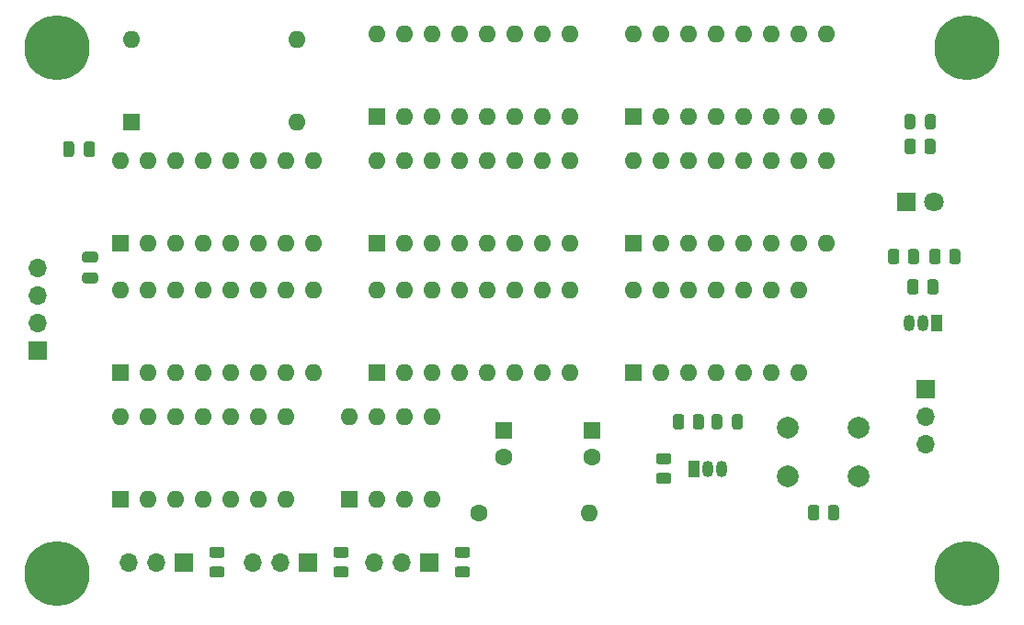
<source format=gbr>
%TF.GenerationSoftware,KiCad,Pcbnew,(5.1.10-1-10_14)*%
%TF.CreationDate,2021-07-31T21:51:31-04:00*%
%TF.ProjectId,CLOCK,434c4f43-4b2e-46b6-9963-61645f706362,rev?*%
%TF.SameCoordinates,Original*%
%TF.FileFunction,Soldermask,Top*%
%TF.FilePolarity,Negative*%
%FSLAX46Y46*%
G04 Gerber Fmt 4.6, Leading zero omitted, Abs format (unit mm)*
G04 Created by KiCad (PCBNEW (5.1.10-1-10_14)) date 2021-07-31 21:51:31*
%MOMM*%
%LPD*%
G01*
G04 APERTURE LIST*
%ADD10O,1.700000X1.700000*%
%ADD11R,1.700000X1.700000*%
%ADD12C,6.000000*%
%ADD13C,0.800000*%
%ADD14O,1.600000X1.600000*%
%ADD15C,1.600000*%
%ADD16C,2.000000*%
%ADD17R,1.050000X1.500000*%
%ADD18O,1.050000X1.500000*%
%ADD19C,1.800000*%
%ADD20R,1.800000X1.800000*%
%ADD21R,1.600000X1.600000*%
G04 APERTURE END LIST*
D10*
%TO.C,J2*%
X63754000Y-45466000D03*
X63754000Y-48006000D03*
X63754000Y-50546000D03*
D11*
X63754000Y-53086000D03*
%TD*%
D12*
%TO.C,REF\u002A\u002A*%
X149352000Y-25146000D03*
D13*
X151602000Y-25146000D03*
X150942990Y-26736990D03*
X149352000Y-27396000D03*
X147761010Y-26736990D03*
X147102000Y-25146000D03*
X147761010Y-23555010D03*
X149352000Y-22896000D03*
X150942990Y-23555010D03*
%TD*%
%TO.C,REF\u002A\u002A*%
X150942990Y-72069010D03*
X149352000Y-71410000D03*
X147761010Y-72069010D03*
X147102000Y-73660000D03*
X147761010Y-75250990D03*
X149352000Y-75910000D03*
X150942990Y-75250990D03*
X151602000Y-73660000D03*
D12*
X149352000Y-73660000D03*
%TD*%
%TO.C,REF\u002A\u002A*%
X65532000Y-73660000D03*
D13*
X67782000Y-73660000D03*
X67122990Y-75250990D03*
X65532000Y-75910000D03*
X63941010Y-75250990D03*
X63282000Y-73660000D03*
X63941010Y-72069010D03*
X65532000Y-71410000D03*
X67122990Y-72069010D03*
%TD*%
%TO.C,REF\u002A\u002A*%
X67122990Y-23555010D03*
X65532000Y-22896000D03*
X63941010Y-23555010D03*
X63282000Y-25146000D03*
X63941010Y-26736990D03*
X65532000Y-27396000D03*
X67122990Y-26736990D03*
X67782000Y-25146000D03*
D12*
X65532000Y-25146000D03*
%TD*%
%TO.C,R3*%
G36*
G01*
X136544000Y-68522001D02*
X136544000Y-67621999D01*
G75*
G02*
X136793999Y-67372000I249999J0D01*
G01*
X137319001Y-67372000D01*
G75*
G02*
X137569000Y-67621999I0J-249999D01*
G01*
X137569000Y-68522001D01*
G75*
G02*
X137319001Y-68772000I-249999J0D01*
G01*
X136793999Y-68772000D01*
G75*
G02*
X136544000Y-68522001I0J249999D01*
G01*
G37*
G36*
G01*
X134719000Y-68522001D02*
X134719000Y-67621999D01*
G75*
G02*
X134968999Y-67372000I249999J0D01*
G01*
X135494001Y-67372000D01*
G75*
G02*
X135744000Y-67621999I0J-249999D01*
G01*
X135744000Y-68522001D01*
G75*
G02*
X135494001Y-68772000I-249999J0D01*
G01*
X134968999Y-68772000D01*
G75*
G02*
X134719000Y-68522001I0J249999D01*
G01*
G37*
%TD*%
%TO.C,R11*%
G36*
G01*
X102419999Y-73044000D02*
X103320001Y-73044000D01*
G75*
G02*
X103570000Y-73293999I0J-249999D01*
G01*
X103570000Y-73819001D01*
G75*
G02*
X103320001Y-74069000I-249999J0D01*
G01*
X102419999Y-74069000D01*
G75*
G02*
X102170000Y-73819001I0J249999D01*
G01*
X102170000Y-73293999D01*
G75*
G02*
X102419999Y-73044000I249999J0D01*
G01*
G37*
G36*
G01*
X102419999Y-71219000D02*
X103320001Y-71219000D01*
G75*
G02*
X103570000Y-71468999I0J-249999D01*
G01*
X103570000Y-71994001D01*
G75*
G02*
X103320001Y-72244000I-249999J0D01*
G01*
X102419999Y-72244000D01*
G75*
G02*
X102170000Y-71994001I0J249999D01*
G01*
X102170000Y-71468999D01*
G75*
G02*
X102419999Y-71219000I249999J0D01*
G01*
G37*
%TD*%
%TO.C,R10*%
G36*
G01*
X91243999Y-73044000D02*
X92144001Y-73044000D01*
G75*
G02*
X92394000Y-73293999I0J-249999D01*
G01*
X92394000Y-73819001D01*
G75*
G02*
X92144001Y-74069000I-249999J0D01*
G01*
X91243999Y-74069000D01*
G75*
G02*
X90994000Y-73819001I0J249999D01*
G01*
X90994000Y-73293999D01*
G75*
G02*
X91243999Y-73044000I249999J0D01*
G01*
G37*
G36*
G01*
X91243999Y-71219000D02*
X92144001Y-71219000D01*
G75*
G02*
X92394000Y-71468999I0J-249999D01*
G01*
X92394000Y-71994001D01*
G75*
G02*
X92144001Y-72244000I-249999J0D01*
G01*
X91243999Y-72244000D01*
G75*
G02*
X90994000Y-71994001I0J249999D01*
G01*
X90994000Y-71468999D01*
G75*
G02*
X91243999Y-71219000I249999J0D01*
G01*
G37*
%TD*%
%TO.C,R9*%
G36*
G01*
X79813999Y-73044000D02*
X80714001Y-73044000D01*
G75*
G02*
X80964000Y-73293999I0J-249999D01*
G01*
X80964000Y-73819001D01*
G75*
G02*
X80714001Y-74069000I-249999J0D01*
G01*
X79813999Y-74069000D01*
G75*
G02*
X79564000Y-73819001I0J249999D01*
G01*
X79564000Y-73293999D01*
G75*
G02*
X79813999Y-73044000I249999J0D01*
G01*
G37*
G36*
G01*
X79813999Y-71219000D02*
X80714001Y-71219000D01*
G75*
G02*
X80964000Y-71468999I0J-249999D01*
G01*
X80964000Y-71994001D01*
G75*
G02*
X80714001Y-72244000I-249999J0D01*
G01*
X79813999Y-72244000D01*
G75*
G02*
X79564000Y-71994001I0J249999D01*
G01*
X79564000Y-71468999D01*
G75*
G02*
X79813999Y-71219000I249999J0D01*
G01*
G37*
%TD*%
D14*
%TO.C,R2*%
X114554000Y-68072000D03*
D15*
X104394000Y-68072000D03*
%TD*%
D16*
%TO.C,SW3*%
X139342000Y-60198000D03*
X139342000Y-64698000D03*
X132842000Y-60198000D03*
X132842000Y-64698000D03*
%TD*%
%TO.C,R12*%
G36*
G01*
X144888000Y-46793999D02*
X144888000Y-47694001D01*
G75*
G02*
X144638001Y-47944000I-249999J0D01*
G01*
X144112999Y-47944000D01*
G75*
G02*
X143863000Y-47694001I0J249999D01*
G01*
X143863000Y-46793999D01*
G75*
G02*
X144112999Y-46544000I249999J0D01*
G01*
X144638001Y-46544000D01*
G75*
G02*
X144888000Y-46793999I0J-249999D01*
G01*
G37*
G36*
G01*
X146713000Y-46793999D02*
X146713000Y-47694001D01*
G75*
G02*
X146463001Y-47944000I-249999J0D01*
G01*
X145937999Y-47944000D01*
G75*
G02*
X145688000Y-47694001I0J249999D01*
G01*
X145688000Y-46793999D01*
G75*
G02*
X145937999Y-46544000I249999J0D01*
G01*
X146463001Y-46544000D01*
G75*
G02*
X146713000Y-46793999I0J-249999D01*
G01*
G37*
%TD*%
%TO.C,R8*%
G36*
G01*
X144634000Y-33839999D02*
X144634000Y-34740001D01*
G75*
G02*
X144384001Y-34990000I-249999J0D01*
G01*
X143858999Y-34990000D01*
G75*
G02*
X143609000Y-34740001I0J249999D01*
G01*
X143609000Y-33839999D01*
G75*
G02*
X143858999Y-33590000I249999J0D01*
G01*
X144384001Y-33590000D01*
G75*
G02*
X144634000Y-33839999I0J-249999D01*
G01*
G37*
G36*
G01*
X146459000Y-33839999D02*
X146459000Y-34740001D01*
G75*
G02*
X146209001Y-34990000I-249999J0D01*
G01*
X145683999Y-34990000D01*
G75*
G02*
X145434000Y-34740001I0J249999D01*
G01*
X145434000Y-33839999D01*
G75*
G02*
X145683999Y-33590000I249999J0D01*
G01*
X146209001Y-33590000D01*
G75*
G02*
X146459000Y-33839999I0J-249999D01*
G01*
G37*
%TD*%
%TO.C,R7*%
G36*
G01*
X146920000Y-43999999D02*
X146920000Y-44900001D01*
G75*
G02*
X146670001Y-45150000I-249999J0D01*
G01*
X146144999Y-45150000D01*
G75*
G02*
X145895000Y-44900001I0J249999D01*
G01*
X145895000Y-43999999D01*
G75*
G02*
X146144999Y-43750000I249999J0D01*
G01*
X146670001Y-43750000D01*
G75*
G02*
X146920000Y-43999999I0J-249999D01*
G01*
G37*
G36*
G01*
X148745000Y-43999999D02*
X148745000Y-44900001D01*
G75*
G02*
X148495001Y-45150000I-249999J0D01*
G01*
X147969999Y-45150000D01*
G75*
G02*
X147720000Y-44900001I0J249999D01*
G01*
X147720000Y-43999999D01*
G75*
G02*
X147969999Y-43750000I249999J0D01*
G01*
X148495001Y-43750000D01*
G75*
G02*
X148745000Y-43999999I0J-249999D01*
G01*
G37*
%TD*%
%TO.C,R6*%
G36*
G01*
X143910000Y-44900001D02*
X143910000Y-43999999D01*
G75*
G02*
X144159999Y-43750000I249999J0D01*
G01*
X144685001Y-43750000D01*
G75*
G02*
X144935000Y-43999999I0J-249999D01*
G01*
X144935000Y-44900001D01*
G75*
G02*
X144685001Y-45150000I-249999J0D01*
G01*
X144159999Y-45150000D01*
G75*
G02*
X143910000Y-44900001I0J249999D01*
G01*
G37*
G36*
G01*
X142085000Y-44900001D02*
X142085000Y-43999999D01*
G75*
G02*
X142334999Y-43750000I249999J0D01*
G01*
X142860001Y-43750000D01*
G75*
G02*
X143110000Y-43999999I0J-249999D01*
G01*
X143110000Y-44900001D01*
G75*
G02*
X142860001Y-45150000I-249999J0D01*
G01*
X142334999Y-45150000D01*
G75*
G02*
X142085000Y-44900001I0J249999D01*
G01*
G37*
%TD*%
%TO.C,R4*%
G36*
G01*
X123298000Y-59239999D02*
X123298000Y-60140001D01*
G75*
G02*
X123048001Y-60390000I-249999J0D01*
G01*
X122522999Y-60390000D01*
G75*
G02*
X122273000Y-60140001I0J249999D01*
G01*
X122273000Y-59239999D01*
G75*
G02*
X122522999Y-58990000I249999J0D01*
G01*
X123048001Y-58990000D01*
G75*
G02*
X123298000Y-59239999I0J-249999D01*
G01*
G37*
G36*
G01*
X125123000Y-59239999D02*
X125123000Y-60140001D01*
G75*
G02*
X124873001Y-60390000I-249999J0D01*
G01*
X124347999Y-60390000D01*
G75*
G02*
X124098000Y-60140001I0J249999D01*
G01*
X124098000Y-59239999D01*
G75*
G02*
X124347999Y-58990000I249999J0D01*
G01*
X124873001Y-58990000D01*
G75*
G02*
X125123000Y-59239999I0J-249999D01*
G01*
G37*
%TD*%
%TO.C,R1*%
G36*
G01*
X121862001Y-63608000D02*
X120961999Y-63608000D01*
G75*
G02*
X120712000Y-63358001I0J249999D01*
G01*
X120712000Y-62832999D01*
G75*
G02*
X120961999Y-62583000I249999J0D01*
G01*
X121862001Y-62583000D01*
G75*
G02*
X122112000Y-62832999I0J-249999D01*
G01*
X122112000Y-63358001D01*
G75*
G02*
X121862001Y-63608000I-249999J0D01*
G01*
G37*
G36*
G01*
X121862001Y-65433000D02*
X120961999Y-65433000D01*
G75*
G02*
X120712000Y-65183001I0J249999D01*
G01*
X120712000Y-64657999D01*
G75*
G02*
X120961999Y-64408000I249999J0D01*
G01*
X121862001Y-64408000D01*
G75*
G02*
X122112000Y-64657999I0J-249999D01*
G01*
X122112000Y-65183001D01*
G75*
G02*
X121862001Y-65433000I-249999J0D01*
G01*
G37*
%TD*%
D17*
%TO.C,Q2*%
X146558000Y-50546000D03*
D18*
X144018000Y-50546000D03*
X145288000Y-50546000D03*
%TD*%
D17*
%TO.C,Q1*%
X124206000Y-64008000D03*
D18*
X126746000Y-64008000D03*
X125476000Y-64008000D03*
%TD*%
D10*
%TO.C,J7*%
X145542000Y-61722000D03*
X145542000Y-59182000D03*
D11*
X145542000Y-56642000D03*
%TD*%
D10*
%TO.C,J6*%
X94742000Y-72644000D03*
X97282000Y-72644000D03*
D11*
X99822000Y-72644000D03*
%TD*%
D10*
%TO.C,J5*%
X83566000Y-72644000D03*
X86106000Y-72644000D03*
D11*
X88646000Y-72644000D03*
%TD*%
D10*
%TO.C,J3*%
X72136000Y-72644000D03*
X74676000Y-72644000D03*
D11*
X77216000Y-72644000D03*
%TD*%
%TO.C,D3*%
G36*
G01*
X144584000Y-31547750D02*
X144584000Y-32460250D01*
G75*
G02*
X144340250Y-32704000I-243750J0D01*
G01*
X143852750Y-32704000D01*
G75*
G02*
X143609000Y-32460250I0J243750D01*
G01*
X143609000Y-31547750D01*
G75*
G02*
X143852750Y-31304000I243750J0D01*
G01*
X144340250Y-31304000D01*
G75*
G02*
X144584000Y-31547750I0J-243750D01*
G01*
G37*
G36*
G01*
X146459000Y-31547750D02*
X146459000Y-32460250D01*
G75*
G02*
X146215250Y-32704000I-243750J0D01*
G01*
X145727750Y-32704000D01*
G75*
G02*
X145484000Y-32460250I0J243750D01*
G01*
X145484000Y-31547750D01*
G75*
G02*
X145727750Y-31304000I243750J0D01*
G01*
X146215250Y-31304000D01*
G75*
G02*
X146459000Y-31547750I0J-243750D01*
G01*
G37*
%TD*%
D19*
%TO.C,D2*%
X146304000Y-39370000D03*
D20*
X143764000Y-39370000D03*
%TD*%
%TO.C,D1*%
G36*
G01*
X126804000Y-59233750D02*
X126804000Y-60146250D01*
G75*
G02*
X126560250Y-60390000I-243750J0D01*
G01*
X126072750Y-60390000D01*
G75*
G02*
X125829000Y-60146250I0J243750D01*
G01*
X125829000Y-59233750D01*
G75*
G02*
X126072750Y-58990000I243750J0D01*
G01*
X126560250Y-58990000D01*
G75*
G02*
X126804000Y-59233750I0J-243750D01*
G01*
G37*
G36*
G01*
X128679000Y-59233750D02*
X128679000Y-60146250D01*
G75*
G02*
X128435250Y-60390000I-243750J0D01*
G01*
X127947750Y-60390000D01*
G75*
G02*
X127704000Y-60146250I0J243750D01*
G01*
X127704000Y-59233750D01*
G75*
G02*
X127947750Y-58990000I243750J0D01*
G01*
X128435250Y-58990000D01*
G75*
G02*
X128679000Y-59233750I0J-243750D01*
G01*
G37*
%TD*%
D15*
%TO.C,C4*%
X106680000Y-62952000D03*
D21*
X106680000Y-60452000D03*
%TD*%
D15*
%TO.C,C3*%
X114808000Y-62952000D03*
D21*
X114808000Y-60452000D03*
%TD*%
%TO.C,C2*%
G36*
G01*
X67114000Y-34069000D02*
X67114000Y-35019000D01*
G75*
G02*
X66864000Y-35269000I-250000J0D01*
G01*
X66364000Y-35269000D01*
G75*
G02*
X66114000Y-35019000I0J250000D01*
G01*
X66114000Y-34069000D01*
G75*
G02*
X66364000Y-33819000I250000J0D01*
G01*
X66864000Y-33819000D01*
G75*
G02*
X67114000Y-34069000I0J-250000D01*
G01*
G37*
G36*
G01*
X69014000Y-34069000D02*
X69014000Y-35019000D01*
G75*
G02*
X68764000Y-35269000I-250000J0D01*
G01*
X68264000Y-35269000D01*
G75*
G02*
X68014000Y-35019000I0J250000D01*
G01*
X68014000Y-34069000D01*
G75*
G02*
X68264000Y-33819000I250000J0D01*
G01*
X68764000Y-33819000D01*
G75*
G02*
X69014000Y-34069000I0J-250000D01*
G01*
G37*
%TD*%
%TO.C,C1*%
G36*
G01*
X69055000Y-45016000D02*
X68105000Y-45016000D01*
G75*
G02*
X67855000Y-44766000I0J250000D01*
G01*
X67855000Y-44266000D01*
G75*
G02*
X68105000Y-44016000I250000J0D01*
G01*
X69055000Y-44016000D01*
G75*
G02*
X69305000Y-44266000I0J-250000D01*
G01*
X69305000Y-44766000D01*
G75*
G02*
X69055000Y-45016000I-250000J0D01*
G01*
G37*
G36*
G01*
X69055000Y-46916000D02*
X68105000Y-46916000D01*
G75*
G02*
X67855000Y-46666000I0J250000D01*
G01*
X67855000Y-46166000D01*
G75*
G02*
X68105000Y-45916000I250000J0D01*
G01*
X69055000Y-45916000D01*
G75*
G02*
X69305000Y-46166000I0J-250000D01*
G01*
X69305000Y-46666000D01*
G75*
G02*
X69055000Y-46916000I-250000J0D01*
G01*
G37*
%TD*%
D14*
%TO.C,U10*%
X71374000Y-59182000D03*
X86614000Y-66802000D03*
X73914000Y-59182000D03*
X84074000Y-66802000D03*
X76454000Y-59182000D03*
X81534000Y-66802000D03*
X78994000Y-59182000D03*
X78994000Y-66802000D03*
X81534000Y-59182000D03*
X76454000Y-66802000D03*
X84074000Y-59182000D03*
X73914000Y-66802000D03*
X86614000Y-59182000D03*
D21*
X71374000Y-66802000D03*
%TD*%
D14*
%TO.C,U9*%
X118618000Y-47498000D03*
X133858000Y-55118000D03*
X121158000Y-47498000D03*
X131318000Y-55118000D03*
X123698000Y-47498000D03*
X128778000Y-55118000D03*
X126238000Y-47498000D03*
X126238000Y-55118000D03*
X128778000Y-47498000D03*
X123698000Y-55118000D03*
X131318000Y-47498000D03*
X121158000Y-55118000D03*
X133858000Y-47498000D03*
D21*
X118618000Y-55118000D03*
%TD*%
D14*
%TO.C,U11*%
X92456000Y-59182000D03*
X100076000Y-66802000D03*
X94996000Y-59182000D03*
X97536000Y-66802000D03*
X97536000Y-59182000D03*
X94996000Y-66802000D03*
X100076000Y-59182000D03*
D21*
X92456000Y-66802000D03*
%TD*%
D14*
%TO.C,U8*%
X71374000Y-47498000D03*
X89154000Y-55118000D03*
X73914000Y-47498000D03*
X86614000Y-55118000D03*
X76454000Y-47498000D03*
X84074000Y-55118000D03*
X78994000Y-47498000D03*
X81534000Y-55118000D03*
X81534000Y-47498000D03*
X78994000Y-55118000D03*
X84074000Y-47498000D03*
X76454000Y-55118000D03*
X86614000Y-47498000D03*
X73914000Y-55118000D03*
X89154000Y-47498000D03*
D21*
X71374000Y-55118000D03*
%TD*%
D14*
%TO.C,U7*%
X118618000Y-35560000D03*
X136398000Y-43180000D03*
X121158000Y-35560000D03*
X133858000Y-43180000D03*
X123698000Y-35560000D03*
X131318000Y-43180000D03*
X126238000Y-35560000D03*
X128778000Y-43180000D03*
X128778000Y-35560000D03*
X126238000Y-43180000D03*
X131318000Y-35560000D03*
X123698000Y-43180000D03*
X133858000Y-35560000D03*
X121158000Y-43180000D03*
X136398000Y-35560000D03*
D21*
X118618000Y-43180000D03*
%TD*%
D14*
%TO.C,U6*%
X94996000Y-35560000D03*
X112776000Y-43180000D03*
X97536000Y-35560000D03*
X110236000Y-43180000D03*
X100076000Y-35560000D03*
X107696000Y-43180000D03*
X102616000Y-35560000D03*
X105156000Y-43180000D03*
X105156000Y-35560000D03*
X102616000Y-43180000D03*
X107696000Y-35560000D03*
X100076000Y-43180000D03*
X110236000Y-35560000D03*
X97536000Y-43180000D03*
X112776000Y-35560000D03*
D21*
X94996000Y-43180000D03*
%TD*%
D14*
%TO.C,U5*%
X94996000Y-47498000D03*
X112776000Y-55118000D03*
X97536000Y-47498000D03*
X110236000Y-55118000D03*
X100076000Y-47498000D03*
X107696000Y-55118000D03*
X102616000Y-47498000D03*
X105156000Y-55118000D03*
X105156000Y-47498000D03*
X102616000Y-55118000D03*
X107696000Y-47498000D03*
X100076000Y-55118000D03*
X110236000Y-47498000D03*
X97536000Y-55118000D03*
X112776000Y-47498000D03*
D21*
X94996000Y-55118000D03*
%TD*%
D14*
%TO.C,U4*%
X94996000Y-23876000D03*
X112776000Y-31496000D03*
X97536000Y-23876000D03*
X110236000Y-31496000D03*
X100076000Y-23876000D03*
X107696000Y-31496000D03*
X102616000Y-23876000D03*
X105156000Y-31496000D03*
X105156000Y-23876000D03*
X102616000Y-31496000D03*
X107696000Y-23876000D03*
X100076000Y-31496000D03*
X110236000Y-23876000D03*
X97536000Y-31496000D03*
X112776000Y-23876000D03*
D21*
X94996000Y-31496000D03*
%TD*%
%TO.C,U3*%
X72390000Y-32004000D03*
D14*
X87630000Y-24384000D03*
X87630000Y-32004000D03*
X72390000Y-24384000D03*
%TD*%
%TO.C,U2*%
X71374000Y-35560000D03*
X89154000Y-43180000D03*
X73914000Y-35560000D03*
X86614000Y-43180000D03*
X76454000Y-35560000D03*
X84074000Y-43180000D03*
X78994000Y-35560000D03*
X81534000Y-43180000D03*
X81534000Y-35560000D03*
X78994000Y-43180000D03*
X84074000Y-35560000D03*
X76454000Y-43180000D03*
X86614000Y-35560000D03*
X73914000Y-43180000D03*
X89154000Y-35560000D03*
D21*
X71374000Y-43180000D03*
%TD*%
D14*
%TO.C,U1*%
X118618000Y-23876000D03*
X136398000Y-31496000D03*
X121158000Y-23876000D03*
X133858000Y-31496000D03*
X123698000Y-23876000D03*
X131318000Y-31496000D03*
X126238000Y-23876000D03*
X128778000Y-31496000D03*
X128778000Y-23876000D03*
X126238000Y-31496000D03*
X131318000Y-23876000D03*
X123698000Y-31496000D03*
X133858000Y-23876000D03*
X121158000Y-31496000D03*
X136398000Y-23876000D03*
D21*
X118618000Y-31496000D03*
%TD*%
M02*

</source>
